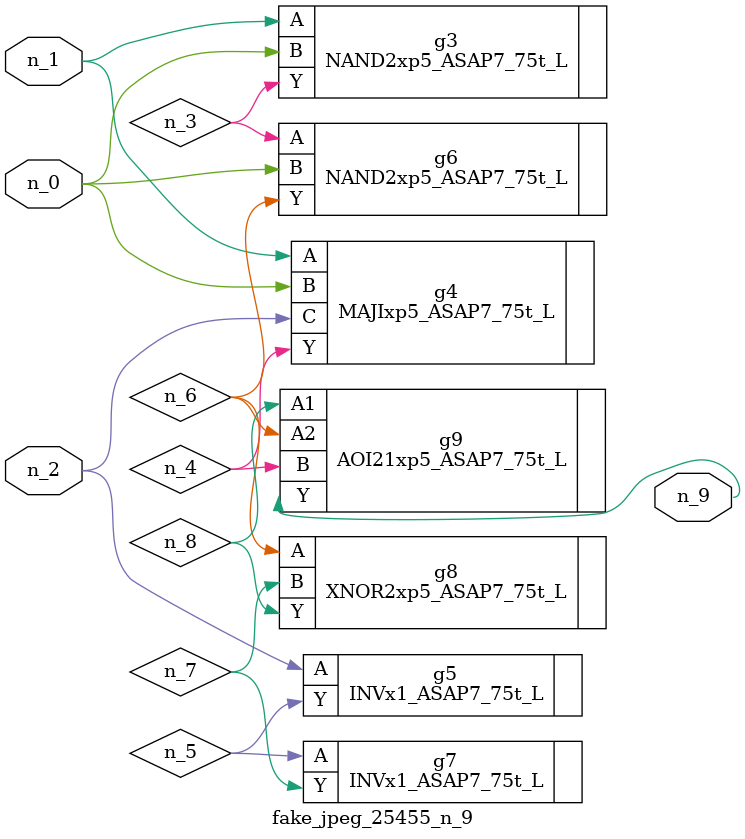
<source format=v>
module fake_jpeg_25455_n_9 (n_0, n_2, n_1, n_9);

input n_0;
input n_2;
input n_1;

output n_9;

wire n_3;
wire n_4;
wire n_8;
wire n_6;
wire n_5;
wire n_7;

NAND2xp5_ASAP7_75t_L g3 ( 
.A(n_1),
.B(n_0),
.Y(n_3)
);

MAJIxp5_ASAP7_75t_L g4 ( 
.A(n_1),
.B(n_0),
.C(n_2),
.Y(n_4)
);

INVx1_ASAP7_75t_L g5 ( 
.A(n_2),
.Y(n_5)
);

NAND2xp5_ASAP7_75t_L g6 ( 
.A(n_3),
.B(n_0),
.Y(n_6)
);

XNOR2xp5_ASAP7_75t_L g8 ( 
.A(n_6),
.B(n_7),
.Y(n_8)
);

INVx1_ASAP7_75t_L g7 ( 
.A(n_5),
.Y(n_7)
);

AOI21xp5_ASAP7_75t_L g9 ( 
.A1(n_8),
.A2(n_6),
.B(n_4),
.Y(n_9)
);


endmodule
</source>
